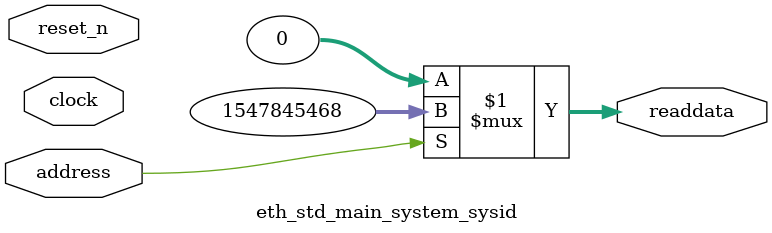
<source format=v>



// synthesis translate_off
`timescale 1ns / 1ps
// synthesis translate_on

// turn off superfluous verilog processor warnings 
// altera message_level Level1 
// altera message_off 10034 10035 10036 10037 10230 10240 10030 

module eth_std_main_system_sysid (
               // inputs:
                address,
                clock,
                reset_n,

               // outputs:
                readdata
             )
;

  output  [ 31: 0] readdata;
  input            address;
  input            clock;
  input            reset_n;

  wire    [ 31: 0] readdata;
  //control_slave, which is an e_avalon_slave
  assign readdata = address ? 1547845468 : 0;

endmodule



</source>
